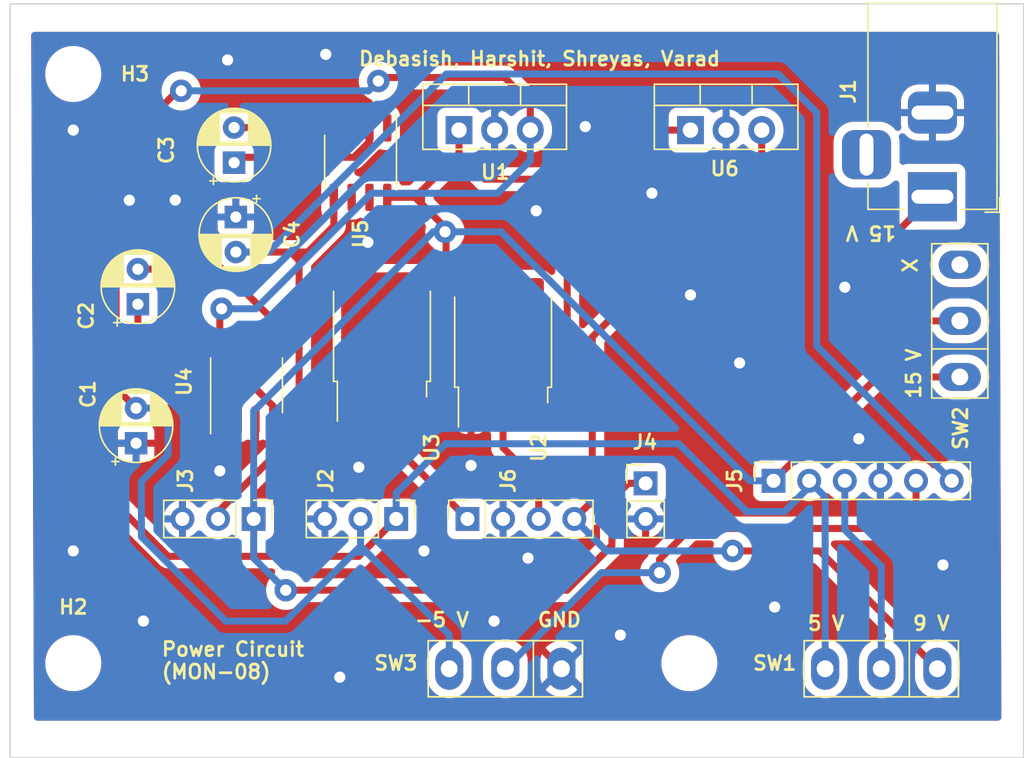
<source format=kicad_pcb>
(kicad_pcb (version 20221018) (generator pcbnew)
  (layers (0 "F.Cu" signal) (31 "B.Cu" signal) (34 "B.Paste" user) (35 "F.Paste" user) (36 "B.SilkS" user "B.Silkscreen") (37 "F.SilkS" user "F.Silkscreen") (38 "B.Mask" user) (39 "F.Mask" user) (44 "Edge.Cuts" user))
  (net 0 "")
  (net 1 "GND")
  (net 2 "Net-(U4-CAP+)")
  (net 3 "Net-(U4-CAP-)")
  (net 4 "Net-(U5-CAP+)")
  (net 5 "Net-(U5-CAP-)")
  (net 6 "/-5 V")
  (net 7 "/15 V")
  (net 8 "/-15 V")
  (net 9 "/5 V")
  (net 10 "/1.8 V")
  (net 17 "/3.3 V")
  (net 18 "/9 V")
  (net 19 "Net-(SW2-B)")
  (net 21 "Net-(J5-Pin_3)")
  (net 22 "Net-(J5-Pin_5)")
  (footprint "Connector_PinHeader_2.54mm:PinHeader_1x02_P2.54mm_Vertical" (layer "F.Cu") (at 170.05 95.93)
    (fp_text reference "J4" (at -0.05 -2.93) (layer "F.SilkS") (effects (font (thickness 0.2))))
    (fp_text value "Conn_01x02" hide)
    (pad "1" thru_hole rect (at 0 0) (size 1.7 1.7) (drill 1) (layers "*.Cu" "*.Mask") (net 7 "/15 V"))
    (pad "2" thru_hole oval (at 0 2.54) (size 1.7 1.7) (drill 1) (layers "*.Cu" "*.Mask") (net 1 "GND"))
  )
  (footprint "MountingHole:MountingHole_3mm" (layer "F.Cu") (at 173.17 108.75 180)
    (fp_text reference "H1" hide)
    (fp_text value "MountingHole" hide)
    (pad "" np_thru_hole circle (at 0 0 180) (size 3 3) (drill 3) (layers "*.Cu" "*.Mask"))
  )
  (footprint "Capacitor_THT:CP_Radial_D5.0mm_P2.50mm" (layer "F.Cu") (at 140.713 73.07 90)
    (fp_text reference "C3" (at 0.889 -4.826 90) (layer "F.SilkS") (effects (font (thickness 0.2))))
    (fp_text value "10 uF" hide)
    (pad "1" thru_hole rect (at 0 0 90) (size 1.6 1.6) (drill 0.8) (layers "*.Cu" "*.Mask") (net 4 "Net-(U5-CAP+)"))
    (pad "2" thru_hole circle (at 2.5 0 90) (size 1.6 1.6) (drill 0.8) (layers "*.Cu" "*.Mask") (net 5 "Net-(U5-CAP-)"))
  )
  (footprint "Package_TO_SOT_THT:TO-220-3_Vertical" (layer "F.Cu") (at 173.25 70.75)
    (fp_text reference "U6" (at 2.44 2.75) (layer "F.SilkS") (effects (font (thickness 0.2))))
    (fp_text value "L7809" hide)
    (pad "1" thru_hole rect (at 0 0) (size 1.905 2) (drill 1.1) (layers "*.Cu" "*.Mask") (net 7 "/15 V"))
    (pad "2" thru_hole oval (at 2.54 0) (size 1.905 2) (drill 1.1) (layers "*.Cu" "*.Mask") (net 1 "GND"))
    (pad "3" thru_hole oval (at 5.08 0) (size 1.905 2) (drill 1.1) (layers "*.Cu" "*.Mask") (net 18 "/9 V"))
  )
  (footprint "Connector_PinHeader_2.54mm:PinHeader_1x03_P2.54mm_Vertical" (layer "F.Cu") (at 142.11 98.47 -90)
    (fp_text reference "J3" (at -2.72 4.86 90) (layer "F.SilkS") (effects (font (thickness 0.2))))
    (fp_text value "Conn_01x03" hide)
    (pad "1" thru_hole rect (at 0 0 270) (size 1.7 1.7) (drill 1) (layers "*.Cu" "*.Mask") (net 7 "/15 V"))
    (pad "2" thru_hole oval (at 0 2.54 270) (size 1.7 1.7) (drill 1) (layers "*.Cu" "*.Mask") (net 8 "/-15 V"))
    (pad "3" thru_hole oval (at 0 5.08 270) (size 1.7 1.7) (drill 1) (layers "*.Cu" "*.Mask") (net 1 "GND"))
  )
  (footprint "Library:Slide_switch" (layer "F.Cu") (at 186.85 109.15 180)
    (fp_text reference "SW1" (at 7.6 0.4) (layer "F.SilkS") (effects (font (thickness 0.2))))
    (fp_text value "SW_SPDT")
    (pad "1" thru_hole oval (at -4 0 180) (size 2 3) (drill 1.2) (layers "*.Cu" "*.Mask") (net 18 "/9 V"))
    (pad "2" thru_hole oval (at 0 0 180) (size 2 3) (drill 1.2) (layers "*.Cu" "*.Mask") (net 21 "Net-(J5-Pin_3)"))
    (pad "3" thru_hole oval (at 4 0 180) (size 2 3) (drill 1.2) (layers "*.Cu" "*.Mask") (net 9 "/5 V"))
  )
  (footprint "Package_SO:SOIC-8_3.9x4.9mm_P1.27mm" (layer "F.Cu") (at 149.73 73.07 -90)
    (fp_text reference "U5" (at 5.08 0 90) (layer "F.SilkS") (effects (font (thickness 0.2))))
    (fp_text value "TC7662Bx0A" hide)
    (pad "1" smd roundrect (at -2.475 -1.905 270) (size 1.95 0.6) (layers "F.Cu" "F.Paste" "F.Mask"))
    (pad "2" smd roundrect (at -2.475 -0.635 270) (size 1.95 0.6) (layers "F.Cu" "F.Paste" "F.Mask") (net 4 "Net-(U5-CAP+)"))
    (pad "3" smd roundrect (at -2.475 0.635 270) (size 1.95 0.6) (layers "F.Cu" "F.Paste" "F.Mask") (net 1 "GND"))
    (pad "4" smd roundrect (at -2.475 1.905 270) (size 1.95 0.6) (layers "F.Cu" "F.Paste" "F.Mask") (net 5 "Net-(U5-CAP-)"))
    (pad "5" smd roundrect (at 2.475 1.905 270) (size 1.95 0.6) (layers "F.Cu" "F.Paste" "F.Mask") (net 8 "/-15 V"))
    (pad "6" smd roundrect (at 2.475 0.635 270) (size 1.95 0.6) (layers "F.Cu" "F.Paste" "F.Mask"))
    (pad "7" smd roundrect (at 2.475 -0.635 270) (size 1.95 0.6) (layers "F.Cu" "F.Paste" "F.Mask"))
    (pad "8" smd roundrect (at 2.475 -1.905 270) (size 1.95 0.6) (layers "F.Cu" "F.Paste" "F.Mask") (net 7 "/15 V"))
  )
  (footprint "MountingHole:MountingHole_3mm" (layer "F.Cu") (at 129.25 66.75)
    (fp_text reference "H3" (at 4.4 0) (layer "F.SilkS") (effects (font (thickness 0.2))))
    (fp_text value "MountingHole")
    (pad "" np_thru_hole circle (at 0 0) (size 3 3) (drill 3) (layers "*.Cu" "*.Mask"))
  )
  (footprint "Capacitor_THT:CP_Radial_D5.0mm_P2.50mm" (layer "F.Cu") (at 133.855 83.165113 90)
    (fp_text reference "C2" (at -0.826887 -3.683 90) (layer "F.SilkS") (effects (font (thickness 0.2))))
    (fp_text value "10 uF" hide)
    (pad "1" thru_hole rect (at 0 0 90) (size 1.6 1.6) (drill 0.8) (layers "*.Cu" "*.Mask") (net 2 "Net-(U4-CAP+)"))
    (pad "2" thru_hole circle (at 2.5 0 90) (size 1.6 1.6) (drill 0.8) (layers "*.Cu" "*.Mask") (net 3 "Net-(U4-CAP-)"))
  )
  (footprint "Connector_PinSocket_2.54mm:PinSocket_1x04_P2.54mm_Vertical" (layer "F.Cu") (at 157.35 98.47 90)
    (fp_text reference "J6" (at 2.72 2.9 90) (layer "F.SilkS") (effects (font (thickness 0.2))))
    (fp_text value "Conn_01x04" hide)
    (pad "1" thru_hole rect (at 0 0 90) (size 1.7 1.7) (drill 1) (layers "*.Cu" "*.Mask") (net 10 "/1.8 V"))
    (pad "2" thru_hole oval (at 0 2.54 90) (size 1.7 1.7) (drill 1) (layers "*.Cu" "*.Mask") (net 1 "GND"))
    (pad "3" thru_hole oval (at 0 5.08 90) (size 1.7 1.7) (drill 1) (layers "*.Cu" "*.Mask") (net 17 "/3.3 V"))
    (pad "4" thru_hole oval (at 0 7.62 90) (size 1.7 1.7) (drill 1) (layers "*.Cu" "*.Mask") (net 18 "/9 V"))
  )
  (footprint "Connector_PinHeader_2.54mm:PinHeader_1x03_P2.54mm_Vertical" (layer "F.Cu") (at 152.27 98.47 -90)
    (fp_text reference "J2" (at -2.72 5.02 90) (layer "F.SilkS") (effects (font (thickness 0.2))))
    (fp_text value "Conn_01x03" hide)
    (pad "1" thru_hole rect (at 0 0 270) (size 1.7 1.7) (drill 1) (layers "*.Cu" "*.Mask") (net 9 "/5 V"))
    (pad "2" thru_hole oval (at 0 2.54 270) (size 1.7 1.7) (drill 1) (layers "*.Cu" "*.Mask") (net 6 "/-5 V"))
    (pad "3" thru_hole oval (at 0 5.08 270) (size 1.7 1.7) (drill 1) (layers "*.Cu" "*.Mask") (net 1 "GND"))
  )
  (footprint "Package_TO_SOT_SMD:TO-252-3_TabPin2" (layer "F.Cu") (at 151.255 85.355 90)
    (fp_text reference "U3" (at -8.035 3.555 90) (layer "F.SilkS") (effects (font (thickness 0.2))))
    (fp_text value "LM1117DT-1.8" hide)
    (pad "1" smd roundrect (at -5.04 -2.28 90) (size 2.2 1.2) (layers "F.Cu" "F.Paste" "F.Mask") (roundrect_rratio 0.208333) (net 1 "GND"))
    (pad "2" smd roundrect (at -5.04 0 90) (size 2.2 1.2) (layers "F.Cu" "F.Paste" "F.Mask") (roundrect_rratio 0.208333) (net 10 "/1.8 V"))
    (pad "2" smd roundrect (at -0.415 -1.525 90) (size 3.05 2.75) (layers "F.Cu" "F.Paste") (roundrect_rratio 0.090909) (net 10 "/1.8 V"))
    (pad "2" smd roundrect (at -0.415 1.525 90) (size 3.05 2.75) (layers "F.Cu" "F.Paste") (roundrect_rratio 0.090909) (net 10 "/1.8 V"))
    (pad "2" smd roundrect (at 1.26 0 90) (size 6.4 5.8) (layers "F.Cu" "F.Mask") (roundrect_rratio 0.043103) (net 10 "/1.8 V"))
    (pad "2" smd roundrect (at 2.935 -1.525 90) (size 3.05 2.75) (layers "F.Cu" "F.Paste") (roundrect_rratio 0.090909) (net 10 "/1.8 V"))
    (pad "2" smd roundrect (at 2.935 1.525 90) (size 3.05 2.75) (layers "F.Cu" "F.Paste") (roundrect_rratio 0.090909) (net 10 "/1.8 V"))
    (pad "3" smd roundrect (at -5.04 2.28 90) (size 2.2 1.2) (layers "F.Cu" "F.Paste" "F.Mask") (roundrect_rratio 0.208333) (net 7 "/15 V"))
  )
  (footprint "Library:Slide_switch" (layer "F.Cu") (at 192.45 84.35 90)
    (fp_text reference "SW2" (at -7.65 0.05 90) (layer "F.SilkS") (effects (font (thickness 0.2))))
    (fp_text value "SW_SPDT" hide)
    (pad "1" thru_hole oval (at -4 0 90) (size 2 3) (drill 1.2) (layers "*.Cu" "*.Mask") (net 7 "/15 V"))
    (pad "2" thru_hole oval (at 0 0 90) (size 2 3) (drill 1.2) (layers "*.Cu" "*.Mask") (net 19 "Net-(SW2-B)"))
    (pad "3" thru_hole oval (at 4 0 90) (size 2 3) (drill 1.2) (layers "*.Cu" "*.Mask"))
  )
  (footprint "Connector_PinSocket_2.54mm:PinSocket_1x06_P2.54mm_Vertical" (layer "F.Cu") (at 179.17 95.75 90)
    (fp_text reference "J5" (at 0 -2.77 90) (layer "F.SilkS") (effects (font (thickness 0.2))))
    (fp_text value "Conn_01x06" hide)
    (pad "1" thru_hole rect (at 0 0 90) (size 1.7 1.7) (drill 1) (layers "*.Cu" "*.Mask") (net 7 "/15 V"))
    (pad "2" thru_hole oval (at 0 2.54 90) (size 1.7 1.7) (drill 1) (layers "*.Cu" "*.Mask") (net 9 "/5 V"))
    (pad "3" thru_hole oval (at 0 5.08 90) (size 1.7 1.7) (drill 1) (layers "*.Cu" "*.Mask") (net 21 "Net-(J5-Pin_3)"))
    (pad "4" thru_hole oval (at 0 7.62 90) (size 1.7 1.7) (drill 1) (layers "*.Cu" "*.Mask") (net 1 "GND"))
    (pad "5" thru_hole oval (at 0 10.16 90) (size 1.7 1.7) (drill 1) (layers "*.Cu" "*.Mask") (net 22 "Net-(J5-Pin_5)"))
    (pad "6" thru_hole oval (at 0 12.7 90) (size 1.7 1.7) (drill 1) (layers "*.Cu" "*.Mask") (net 8 "/-15 V"))
  )
  (footprint "Capacitor_THT:CP_Radial_D5.0mm_P2.50mm" (layer "F.Cu") (at 140.84 76.944888 -90)
    (fp_text reference "C4" (at 1.25 -4.01 90) (layer "F.SilkS") (effects (font (thickness 0.2))))
    (fp_text value "10 uF" hide)
    (pad "1" thru_hole rect (at 0 0 270) (size 1.6 1.6) (drill 0.8) (layers "*.Cu" "*.Mask") (net 1 "GND"))
    (pad "2" thru_hole circle (at 2.5 0 270) (size 1.6 1.6) (drill 0.8) (layers "*.Cu" "*.Mask") (net 8 "/-15 V"))
  )
  (footprint "Connector_BarrelJack:BarrelJack_Horizontal" (layer "F.Cu") (at 190.5 75.5 -90)
    (fp_text reference "J1" (at -7.5 6 90) (layer "F.SilkS") (effects (font (thickness 0.2))))
    (fp_text value "Barrel_Jack" hide)
    (pad "1" thru_hole rect (at 0 0 270) (size 3.5 3.5) (drill oval 1 3) (layers "*.Cu" "*.Mask") (net 19 "Net-(SW2-B)"))
    (pad "2" thru_hole roundrect (at -6 0 270) (size 3 3.5) (drill oval 1 3) (layers "*.Cu" "*.Mask") (net 1 "GND"))
    (pad "3" thru_hole roundrect (at -3 4.7 270) (size 3.5 3.5) (drill oval 3 1) (layers "*.Cu" "*.Mask"))
  )
  (footprint "Package_TO_SOT_SMD:TO-252-3_TabPin2" (layer "F.Cu") (at 159.89 85.77 90)
    (fp_text reference "U2" (at -7.62 2.54 90) (layer "F.SilkS") (effects (font (thickness 0.2))))
    (fp_text value "LM1117DT-3.3" hide)
    (pad "1" smd roundrect (at -5.04 -2.28 90) (size 2.2 1.2) (layers "F.Cu" "F.Paste" "F.Mask") (roundrect_rratio 0.208333) (net 1 "GND"))
    (pad "2" smd roundrect (at -5.04 0 90) (size 2.2 1.2) (layers "F.Cu" "F.Paste" "F.Mask") (roundrect_rratio 0.208333) (net 17 "/3.3 V"))
    (pad "2" smd roundrect (at -0.415 -1.525 90) (size 3.05 2.75) (layers "F.Cu" "F.Paste") (roundrect_rratio 0.090909) (net 17 "/3.3 V"))
    (pad "2" smd roundrect (at -0.415 1.525 90) (size 3.05 2.75) (layers "F.Cu" "F.Paste") (roundrect_rratio 0.090909) (net 17 "/3.3 V"))
    (pad "2" smd roundrect (at 1.26 0 90) (size 6.4 5.8) (layers "F.Cu" "F.Mask") (roundrect_rratio 0.043103) (net 17 "/3.3 V"))
    (pad "2" smd roundrect (at 2.935 -1.525 90) (size 3.05 2.75) (layers "F.Cu" "F.Paste") (roundrect_rratio 0.090909) (net 17 "/3.3 V"))
    (pad "2" smd roundrect (at 2.935 1.525 90) (size 3.05 2.75) (layers "F.Cu" "F.Paste") (roundrect_rratio 0.090909) (net 17 "/3.3 V"))
    (pad "3" smd roundrect (at -5.04 2.28 90) (size 2.2 1.2) (layers "F.Cu" "F.Paste" "F.Mask") (roundrect_rratio 0.208333) (net 7 "/15 V"))
  )
  (footprint "Package_TO_SOT_THT:TO-220-3_Vertical" (layer "F.Cu") (at 156.75 70.75)
    (fp_text reference "U1" (at 2.58 3) (layer "F.SilkS") (effects (font (thickness 0.2))))
    (fp_text value "LM7805_TO220" hide)
    (pad "1" thru_hole rect (at 0 0) (size 1.905 2) (drill 1.1) (layers "*.Cu" "*.Mask") (net 7 "/15 V"))
    (pad "2" thru_hole oval (at 2.54 0) (size 1.905 2) (drill 1.1) (layers "*.Cu" "*.Mask") (net 1 "GND"))
    (pad "3" thru_hole oval (at 5.08 0) (size 1.905 2) (drill 1.1) (layers "*.Cu" "*.Mask") (net 9 "/5 V"))
  )
  (footprint "Capacitor_THT:CP_Radial_D5.0mm_P2.50mm" (layer "F.Cu") (at 133.728 93.071113 90)
    (fp_text reference "C1" (at 3.491113 -3.429 90) (layer "F.SilkS") (effects (font (thickness 0.2))))
    (fp_text value "10 uF" hide)
    (pad "1" thru_hole rect (at 0 0 90) (size 1.6 1.6) (drill 0.8) (layers "*.Cu" "*.Mask") (net 1 "GND"))
    (pad "2" thru_hole circle (at 2.5 0 90) (size 1.6 1.6) (drill 0.8) (layers "*.Cu" "*.Mask") (net 6 "/-5 V"))
  )
  (footprint "MountingHole:MountingHole_3mm" (layer "F.Cu") (at 129.25 108.75)
    (fp_text reference "H2" (at 0 -4) (layer "F.SilkS") (effects (font (thickness 0.2))))
    (fp_text value "MountingHole")
    (pad "" np_thru_hole circle (at 0 0) (size 3 3) (drill 3) (layers "*.Cu" "*.Mask"))
  )
  (footprint "Library:Slide_switch" (layer "F.Cu") (at 160.05 109.15 180)
    (fp_text reference "SW3" (at 7.8 0.4) (layer "F.SilkS") (effects (font (thickness 0.2))))
    (fp_text value "SW_SPDT" hide)
    (pad "1" thru_hole oval (at -4 0 180) (size 2 3) (drill 1.2) (layers "*.Cu" "*.Mask") (net 1 "GND"))
    (pad "2" thru_hole oval (at 0 0 180) (size 2 3) (drill 1.2) (layers "*.Cu" "*.Mask") (net 22 "Net-(J5-Pin_5)"))
    (pad "3" thru_hole oval (at 4 0 180) (size 2 3) (drill 1.2) (layers "*.Cu" "*.Mask") (net 6 "/-5 V"))
  )
  (footprint "Package_SO:SOIC-8_3.9x4.9mm_P1.27mm" (layer "F.Cu") (at 141.602 88.945 90)
    (fp_text reference "U4" (at 0.254 -4.445 90) (layer "F.SilkS") (effects (font (thickness 0.2))))
    (fp_text value "ICL7660" hide)
    (pad "1" smd roundrect (at -2.475 -1.905 90) (size 1.95 0.6) (layers "F.Cu" "F.Paste" "F.Mask"))
    (pad "2" smd roundrect (at -2.475 -0.635 90) (size 1.95 0.6) (layers "F.Cu" "F.Paste" "F.Mask") (net 2 "Net-(U4-CAP+)"))
    (pad "3" smd roundrect (at -2.475 0.635 90) (size 1.95 0.6) (layers "F.Cu" "F.Paste" "F.Mask") (net 1 "GND"))
    (pad "4" smd roundrect (at -2.475 1.905 90) (size 1.95 0.6) (layers "F.Cu" "F.Paste" "F.Mask") (net 3 "Net-(U4-CAP-)"))
    (pad "5" smd roundrect (at 2.475 1.905 90) (size 1.95 0.6) (layers "F.Cu" "F.Paste" "F.Mask") (net 6 "/-5 V"))
    (pad "6" smd roundrect (at 2.475 0.635 90) (size 1.95 0.6) (layers "F.Cu" "F.Paste" "F.Mask"))
    (pad "7" smd roundrect (at 2.475 -0.635 90) (size 1.95 0.6) (layers "F.Cu" "F.Paste" "F.Mask"))
    (pad "8" smd roundrect (at 2.475 -1.905 90) (size 1.95 0.6) (layers "F.Cu" "F.Paste" "F.Mask") (net 9 "/5 V"))
  )
  (gr_rect (start 124.75 61.75) (end 197 115.5) (stroke (width 0.1)) (fill none) (layer "Edge.Cuts"))
  (gr_text "15 V" (at 188 77.5 180) (layer "F.SilkS") (effects (font (size 1 1) (thickness 0.2) bold) (justify left bottom)))
  (gr_text "-5 V" (at 153.5 106.25) (layer "F.SilkS") (effects (font (size 1 1) (thickness 0.2) bold) (justify left bottom)))
  (gr_text "15 V" (at 189.75 90 90) (layer "F.SilkS") (effects (font (size 1 1) (thickness 0.2) bold) (justify left bottom)))
  (gr_text "5 V" (at 181.5 106.5) (layer "F.SilkS") (effects (font (size 1 1) (thickness 0.2) bold) (justify left bottom)))
  (gr_text "9 V" (at 189 106.5) (layer "F.SilkS") (effects (font (size 1 1) (thickness 0.2) bold) (justify left bottom)))
  (gr_text "X" (at 189.5 81 90) (layer "F.SilkS") (effects (font (size 1 1) (thickness 0.2) bold) (justify left bottom)))
  (gr_text "Power Circuit\n(MON-08)" (at 135.45 109.95) (layer "F.SilkS") (effects (font (size 1 1) (thickness 0.2) bold) (justify left bottom)))
  (gr_text "GND" (at 162.25 106.25) (layer "F.SilkS") (effects (font (size 1 1) (thickness 0.2) bold) (justify left bottom)))
  (gr_text "Debasish, Harshit, Shreyas, Varad" (at 149.5 66.25) (layer "F.SilkS") (effects (font (size 1 1) (thickness 0.2) bold) (justify left bottom)))
  (segment (start 147.25 65.35) (end 149.095 67.195) (width 0.5) (layer "F.Cu") (net 1))
  (segment (start 149.095 67.195) (end 149.095 70.595) (width 0.5) (layer "F.Cu") (net 1))
  (segment (start 140.222214 95.041) (end 139.697 95.041) (width 0.5) (layer "F.Cu") (net 1))
  (segment (start 142.237 93.026214) (end 140.222214 95.041) (width 0.5) (layer "F.Cu") (net 1))
  (segment (start 142.237 91.42) (end 142.237 93.026214) (width 0.5) (layer "F.Cu") (net 1))
  (via (at 179.25 104.75) (size 1.6) (drill 0.8) (layers "F.Cu" "B.Cu") (net 1))
  (via (at 176.75 87.35) (size 1.6) (drill 0.8) (layers "F.Cu" "B.Cu") (net 1))
  (via (at 139.697 95.041) (size 1.6) (drill 0.8) (layers "F.Cu" "B.Cu") (net 1))
  (via (at 133.25 75.75) (size 1.6) (drill 0.8) (layers "F.Cu" "B.Cu") (net 1))
  (via (at 157.604 94.66) (size 1.6) (drill 0.8) (layers "F.Cu" "B.Cu") (net 1))
  (via (at 148.25 109.75) (size 1.6) (drill 0.8) (layers "F.Cu" "B.Cu") (net 1))
  (via (at 149.603 94.787) (size 1.6) (drill 0.8) (layers "F.Cu" "B.Cu") (net 1))
  (via (at 140.25 65.75) (size 1.6) (drill 0.8) (layers "F.Cu" "B.Cu") (net 1))
  (via (at 129.25 70.75) (size 1.6) (drill 0.8) (layers "F.Cu" "B.Cu") (net 1))
  (via (at 162.25 76.5) (size 1.6) (drill 0.8) (layers "F.Cu" "B.Cu") (net 1))
  (via (at 159.25 105.75) (size 1.6) (drill 0.8) (layers "F.Cu" "B.Cu") (net 1))
  (via (at 168.25 106.75) (size 1.6) (drill 0.8) (layers "F.Cu" "B.Cu") (net 1))
  (via (at 147.25 65.35) (size 1.6) (drill 0.8) (layers "F.Cu" "B.Cu") (net 1))
  (via (at 161.668 101.264) (size 1.6) (drill 0.8) (layers "F.Cu" "B.Cu") (net 1))
  (via (at 134.25 105.75) (size 1.6) (drill 0.8) (layers "F.Cu" "B.Cu") (net 1))
  (via (at 136.522 75.737) (size 1.6) (drill 0.8) (layers "F.Cu" "B.Cu") (net 1))
  (via (at 185.25 92.75) (size 1.6) (drill 0.8) (layers "F.Cu" "B.Cu") (net 1))
  (via (at 170.5 75.25) (size 1.6) (drill 0.8) (layers "F.Cu" "B.Cu") (net 1))
  (via (at 150.25 78.75) (size 1.6) (drill 0.8) (layers "F.Cu" "B.Cu") (net 1))
  (via (at 173.25 82.5) (size 1.6) (drill 0.8) (layers "F.Cu" "B.Cu") (net 1))
  (via (at 191.25 101.75) (size 1.6) (drill 0.8) (layers "F.Cu" "B.Cu") (net 1))
  (via (at 184.25 81.95) (size 1.6) (drill 0.8) (layers "F.Cu" "B.Cu") (net 1))
  (via (at 154.25 100.75) (size 1.6) (drill 0.8) (layers "F.Cu" "B.Cu") (net 1))
  (via (at 165.75 70.5) (size 1.6) (drill 0.8) (layers "F.Cu" "B.Cu") (net 1))
  (via (at 129.25 100.75) (size 1.6) (drill 0.8) (layers "F.Cu" "B.Cu") (net 1))
  (segment (start 159.29 69.46) (end 160.5 68.25) (width 0.5) (layer "B.Cu") (net 1))
  (segment (start 165.75 69.25) (end 165.75 70.5) (width 0.5) (layer "B.Cu") (net 1))
  (segment (start 159.29 70.75) (end 159.29 69.46) (width 0.5) (layer "B.Cu") (net 1))
  (segment (start 164.75 68.25) (end 165.75 69.25) (width 0.5) (layer "B.Cu") (net 1))
  (segment (start 160.5 68.25) (end 164.75 68.25) (width 0.5) (layer "B.Cu") (net 1))
  (segment (start 140.25 89.45) (end 140.967 90.167) (width 0.5) (layer "F.Cu") (net 2))
  (segment (start 135.65 89.45) (end 140.25 89.45) (width 0.5) (layer "F.Cu") (net 2))
  (segment (start 133.85 87.65) (end 135.65 89.45) (width 0.5) (layer "F.Cu") (net 2))
  (segment (start 140.967 90.167) (end 140.967 91.42) (width 0.5) (layer "F.Cu") (net 2))
  (segment (start 133.855 83.165113) (end 133.855 87.645) (width 0.5) (layer "F.Cu") (net 2))
  (segment (start 133.855 87.645) (end 133.85 87.65) (width 0.5) (layer "F.Cu") (net 2))
  (segment (start 137.574113 87.274113) (end 138.75 88.45) (width 0.5) (layer "F.Cu") (net 3))
  (segment (start 137.574113 82.474113) (end 137.574113 87.274113) (width 0.5) (layer "F.Cu") (net 3))
  (segment (start 141.518948 88.45) (end 143.507 90.438052) (width 0.5) (layer "F.Cu") (net 3))
  (segment (start 133.855 80.665113) (end 135.765113 80.665113) (width 0.5) (layer "F.Cu") (net 3))
  (segment (start 143.507 90.438052) (end 143.507 91.42) (width 0.5) (layer "F.Cu") (net 3))
  (segment (start 138.75 88.45) (end 141.518948 88.45) (width 0.5) (layer "F.Cu") (net 3))
  (segment (start 135.765113 80.665113) (end 137.574113 82.474113) (width 0.5) (layer "F.Cu") (net 3))
  (segment (start 149.252948 72.689) (end 150.365 71.576948) (width 0.5) (layer "F.Cu") (net 4))
  (segment (start 140.713 73.07) (end 141.094 72.689) (width 0.5) (layer "F.Cu") (net 4))
  (segment (start 150.365 71.576948) (end 150.365 70.595) (width 0.5) (layer "F.Cu") (net 4))
  (segment (start 141.094 72.689) (end 149.252948 72.689) (width 0.5) (layer "F.Cu") (net 4))
  (segment (start 140.713 70.57) (end 147.8 70.57) (width 0.5) (layer "F.Cu") (net 5))
  (segment (start 147.8 70.57) (end 147.825 70.595) (width 0.5) (layer "F.Cu") (net 5))
  (segment (start 132.305 89.148113) (end 133.728 90.571113) (width 0.5) (layer "F.Cu") (net 6))
  (segment (start 143.507 86.47) (end 143.507 84.30392) (width 0.5) (layer "F.Cu") (net 6))
  (segment (start 143.507 84.30392) (end 138.318193 79.115113) (width 0.5) (layer "F.Cu") (net 6))
  (segment (start 138.318193 79.115113) (end 133.016887 79.115113) (width 0.5) (layer "F.Cu") (net 6))
  (segment (start 133.016887 79.115113) (end 132.305 79.827) (width 0.5) (layer "F.Cu") (net 6))
  (segment (start 132.305 79.827) (end 132.305 89.148113) (width 0.5) (layer "F.Cu") (net 6))
  (segment (start 136.014 91.485) (end 136.014 93.885113) (width 0.5) (layer "B.Cu") (net 6))
  (segment (start 149.339016 100.839016) (end 149.319016 100.819016) (width 0.5) (layer "B.Cu") (net 6))
  (segment (start 156.05 106.728032) (end 156.05 109.15) (width 0.5) (layer "B.Cu") (net 6))
  (segment (start 134.109 99.74) (end 140.119 105.75) (width 0.5) (layer "B.Cu") (net 6))
  (segment (start 150.160984 100.839016) (end 156.05 106.728032) (width 0.5) (layer "B.Cu") (net 6))
  (segment (start 149.73 100.18) (end 149.73 98.47) (width 0.5) (layer "B.Cu") (net 6))
  (segment (start 140.119 105.75) (end 144.388032 105.75) (width 0.5) (layer "B.Cu") (net 6))
  (segment (start 149.73 100.408032) (end 149.73 98.47) (width 0.5) (layer "B.Cu") (net 6))
  (segment (start 150.160984 100.839016) (end 149.339016 100.839016) (width 0.5) (layer "B.Cu") (net 6))
  (segment (start 135.100113 90.571113) (end 136.014 91.485) (width 0.5) (layer "B.Cu") (net 6))
  (segment (start 150.160984 100.839016) (end 149.73 100.408032) (width 0.5) (layer "B.Cu") (net 6))
  (segment (start 144.388032 105.75) (end 149.319016 100.819016) (width 0.5) (layer "B.Cu") (net 6))
  (segment (start 134.109 95.790113) (end 134.109 99.74) (width 0.5) (layer "B.Cu") (net 6))
  (segment (start 133.728 90.571113) (end 135.100113 90.571113) (width 0.5) (layer "B.Cu") (net 6))
  (segment (start 149.319016 100.819016) (end 149.73 100.408032) (width 0.5) (layer "B.Cu") (net 6))
  (segment (start 136.014 93.885113) (end 134.109 95.790113) (width 0.5) (layer "B.Cu") (net 6))
  (segment (start 186.57 88.35) (end 179.17 95.75) (width 0.5) (layer "F.Cu") (net 7))
  (segment (start 158.59 74.25) (end 166 74.25) (width 0.5) (layer "F.Cu") (net 7))
  (segment (start 166 74.25) (end 166.75 74.25) (width 0.5) (layer "F.Cu") (net 7))
  (segment (start 154.16 76.09) (end 153.615 75.545) (width 0.5) (layer "F.Cu") (net 7))
  (segment (start 154.08 76.01) (end 154.08 75.08) (width 0.5) (layer "F.Cu") (net 7))
  (segment (start 192.45 88.35) (end 186.57 88.35) (width 0.5) (layer "F.Cu") (net 7))
  (segment (start 157.295 72.955) (end 158.59 74.25) (width 0.5) (layer "F.Cu") (net 7))
  (segment (start 166.75 75) (end 166 74.25) (width 0.5) (layer "F.Cu") (net 7))
  (segment (start 156.205 72.955) (end 154.08 75.08) (width 0.5) (layer "F.Cu") (net 7))
  (segment (start 170.25 70.75) (end 173.25 70.75) (width 0.5) (layer "F.Cu") (net 7))
  (segment (start 166.75 74.25) (end 170.25 70.75) (width 0.5) (layer "F.Cu") (net 7))
  (segment (start 168.82 95.93) (end 170.05 95.93) (width 0.5) (layer "F.Cu") (net 7))
  (segment (start 164.462 78.538) (end 166.75 76.25) (width 0.5) (layer "F.Cu") (net 7))
  (segment (start 164.462 88.518) (end 164.462 78.538) (width 0.5) (layer "F.Cu") (net 7))
  (segment (start 167.65 100.35) (end 167.65 97.1) (width 0.5) (layer "F.Cu") (net 7))
  (segment (start 167.65 97.1) (end 168.82 95.93) (width 0.5) (layer "F.Cu") (net 7))
  (segment (start 155.826 77.756) (end 154.16 76.09) (width 0.5) (layer "F.Cu") (net 7))
  (segment (start 153.535 90.395) (end 155.826 88.104) (width 0.5) (layer "F.Cu") (net 7))
  (segment (start 156.205 72.955) (end 157.295 72.955) (width 0.5) (layer "F.Cu") (net 7))
  (segment (start 166.75 76.25) (end 166.75 75) (width 0.5) (layer "F.Cu") (net 7))
  (segment (start 155.826 88.104) (end 155.826 77.756) (width 0.5) (layer "F.Cu") (net 7))
  (segment (start 144.396 103.55) (end 164.45 103.55) (width 0.5) (layer "F.Cu") (net 7))
  (segment (start 156.75 72.41) (end 156.75 70.75) (width 0.5) (layer "F.Cu") (net 7))
  (segment (start 151.7 75.61) (end 151.635 75.545) (width 0.5) (layer "F.Cu") (net 7))
  (segment (start 164.45 103.55) (end 167.65 100.35) (width 0.5) (layer "F.Cu") (net 7))
  (segment (start 156.75 72.41) (end 156.205 72.955) (width 0.5) (layer "F.Cu") (net 7))
  (segment (start 153.615 75.545) (end 151.635 75.545) (width 0.5) (layer "F.Cu") (net 7))
  (segment (start 156.75 72.41) (end 157.295 72.955) (width 0.5) (layer "F.Cu") (net 7))
  (segment (start 154.08 75.08) (end 153.615 75.545) (width 0.5) (layer "F.Cu") (net 7))
  (segment (start 162.17 90.81) (end 164.462 88.518) (width 0.5) (layer "F.Cu") (net 7))
  (segment (start 154.16 76.09) (end 154.08 76.01) (width 0.5) (layer "F.Cu") (net 7))
  (segment (start 166.75 75) (end 166.75 74.25) (width 0.5) (layer "F.Cu") (net 7))
  (via (at 144.396 103.55) (size 1.6) (drill 0.8) (layers "F.Cu" "B.Cu") (net 7))
  (via (at 155.75 78) (size 1.6) (drill 0.8) (layers "F.Cu" "B.Cu") (net 7))
  (segment (start 155.75 78) (end 154.9 78) (width 0.5) (layer "B.Cu") (net 7))
  (segment (start 179.17 95.75) (end 177.49 95.75) (width 0.5) (layer "B.Cu") (net 7))
  (segment (start 142.11 98.47) (end 142.11 101.264) (width 0.5) (layer "B.Cu") (net 7))
  (segment (start 142.11 101.264) (end 144.396 103.55) (width 0.5) (layer "B.Cu") (net 7))
  (segment (start 142.11 90.79) (end 142.11 98.47) (width 0.5) (layer "B.Cu") (net 7))
  (segment (start 159.74 78) (end 155.75 78) (width 0.5) (layer "B.Cu") (net 7))
  (segment (start 177.49 95.75) (end 159.74 78) (width 0.5) (layer "B.Cu") (net 7))
  (segment (start 154.9 78) (end 142.11 90.79) (width 0.5) (layer "B.Cu") (net 7))
  (segment (start 147.825 76.753) (end 147.825 75.545) (width 0.5) (layer "F.Cu") (net 8))
  (segment (start 139.57 98.47) (end 139.57 97.962) (width 0.5) (layer "F.Cu") (net 8))
  (segment (start 144.75 79.444888) (end 140.84 79.444888) (width 0.5) (layer "F.Cu") (net 8))
  (segment (start 145.35 80.044888) (end 145.95 79.444888) (width 0.5) (layer "F.Cu") (net 8))
  (segment (start 145.95 79.444888) (end 140.84 79.444888) (width 0.5) (layer "F.Cu") (net 8))
  (segment (start 145.35 80.044888) (end 144.75 79.444888) (width 0.5) (layer "F.Cu") (net 8))
  (segment (start 139.57 97.962) (end 145.35 92.182) (width 0.5) (layer "F.Cu") (net 8))
  (segment (start 145.35 92.182) (end 145.35 80.044888) (width 0.5) (layer "F.Cu") (net 8))
  (segment (start 145.955112 79.444888) (end 145.95 79.444888) (width 0.5) (layer "F.Cu") (net 8))
  (segment (start 147.825 75.545) (end 147.825 77.575) (width 0.5) (layer "F.Cu") (net 8))
  (segment (start 147.825 77.575) (end 145.955112 79.444888) (width 0.5) (layer "F.Cu") (net 8))
  (segment (start 143.155112 79.444888) (end 140.84 79.444888) (width 0.5) (layer "B.Cu") (net 8))
  (segment (start 179.5 66.75) (end 155.85 66.75) (width 0.5) (layer "B.Cu") (net 8))
  (segment (start 191.87 95.75) (end 191.87 95.690786) (width 0.5) (layer "B.Cu") (net 8))
  (segment (start 182.25 86.13) (end 182.25 69.5) (width 0.5) (layer "B.Cu") (net 8))
  (segment (start 191.87 95.75) (end 182.25 86.13) (width 0.5) (layer "B.Cu") (net 8))
  (segment (start 155.85 66.75) (end 143.155112 79.444888) (width 0.5) (layer "B.Cu") (net 8))
  (segment (start 182.25 69.5) (end 179.5 66.75) (width 0.5) (layer "B.Cu") (net 8))
  (segment (start 136.014 101.137) (end 149.603 101.137) (width 0.5) (layer "F.Cu") (net 9))
  (segment (start 139.697 86.47) (end 139.697 83.611) (width 0.5) (layer "F.Cu") (net 9))
  (segment (start 149.603 101.137) (end 152.27 98.47) (width 0.5) (layer "F.Cu") (net 9))
  (segment (start 181.65 95.81) (end 181.71 95.75) (width 0.5) (layer "F.Cu") (net 9))
  (segment (start 128.775 75.864) (end 128.775 93.898) (width 0.5) (layer "F.Cu") (net 9))
  (segment (start 128.775 93.898) (end 136.014 101.137) (width 0.5) (layer "F.Cu") (net 9))
  (segment (start 136.689 67.95) (end 136.268 68.371) (width 0.5) (layer "F.Cu") (net 9))
  (segment (start 136.943 67.95) (end 136.689 67.95) (width 0.5) (layer "F.Cu") (net 9))
  (segment (start 136.689 67.95) (end 128.775 75.864) (width 0.5) (layer "F.Cu") (net 9))
  (segment (start 151 67.25) (end 151.25 67) (width 0.5) (layer "F.Cu") (net 9))
  (segment (start 161.83 68.83) (end 161.83 70.75) (width 0.5) (layer "F.Cu") (net 9))
  (segment (start 151.25 67) (end 160 67) (width 0.5) (layer "F.Cu") (net 9))
  (segment (start 139.697 83.611) (end 139.824 83.484) (width 0.5) (layer "F.Cu") (net 9))
  (segment (start 160 67) (end 161.83 68.83) (width 0.5) (layer "F.Cu") (net 9))
  (via (at 151 67.25) (size 1.6) (drill 0.8) (layers "F.Cu" "B.Cu") (net 9))
  (via (at 139.824 83.484) (size 1.6) (drill 0.8) (layers "F.Cu" "B.Cu") (net 9))
  (via (at 136.943 67.95) (size 1.6) (drill 0.8) (layers "F.Cu" "B.Cu") (net 9))
  (segment (start 182.85 96.89) (end 181.71 95.75) (width 0.5) (layer "B.Cu") (net 9))
  (segment (start 152.27 96.63) (end 152.27 98.47) (width 0.5) (layer "B.Cu") (net 9))
  (segment (start 151 67.25) (end 150.3 67.95) (width 0.5) (layer "B.Cu") (net 9))
  (segment (start 142.266 83.484) (end 150.5 75.25) (width 0.5) (layer "B.Cu") (net 9))
  (segment (start 172.41 93.11) (end 155.79 93.11) (width 0.5) (layer "B.Cu") (net 9))
  (segment (start 181.71 96.19) (end 179.95 97.95) (width 0.5) (layer "B.Cu") (net 9))
  (segment (start 139.824 83.484) (end 142.266 83.484) (width 0.5) (layer "B.Cu") (net 9))
  (segment (start 179.95 97.95) (end 177.25 97.95) (width 0.5) (layer "B.Cu") (net 9))
  (segment (start 155.79 93.11) (end 152.27 96.63) (width 0.5) (layer "B.Cu") (net 9))
  (segment (start 177.25 97.95) (end 172.41 93.11) (width 0.5) (layer "B.Cu") (net 9))
  (segment (start 150.5 75.25) (end 159.5 75.25) (width 0.5) (layer "B.Cu") (net 9))
  (segment (start 159.5 75.25) (end 161.83 72.92) (width 0.5) (layer "B.Cu") (net 9))
  (segment (start 161.83 72.92) (end 161.83 70.75) (width 0.5) (layer "B.Cu") (net 9))
  (segment (start 150.3 67.95) (end 136.943 67.95) (width 0.5) (layer "B.Cu") (net 9))
  (segment (start 182.85 109.15) (end 182.85 96.89) (width 0.5) (layer "B.Cu") (net 9))
  (segment (start 181.71 95.75) (end 181.71 96.19) (width 0.5) (layer "B.Cu") (net 9))
  (segment (start 157.35 98.47) (end 151.255 92.375) (width 0.5) (layer "F.Cu") (net 10))
  (segment (start 151.255 92.375) (end 151.255 90.395) (width 0.5) (layer "F.Cu") (net 10))
  (segment (start 151.255 90.395) (end 151.255 87.295) (width 0.5) (layer "F.Cu") (net 10))
  (segment (start 151.255 87.295) (end 149.73 85.77) (width 0.5) (layer "F.Cu") (net 10))
  (segment (start 159.89 87.71) (end 161.415 86.185) (width 0.5) (layer "F.Cu") (net 17))
  (segment (start 159.89 93.39) (end 159.89 90.81) (width 0.5) (layer "F.Cu") (net 17))
  (segment (start 162.43 98.47) (end 162.43 95.93) (width 0.5) (layer "F.Cu") (net 17))
  (segment (start 162.43 95.93) (end 159.89 93.39) (width 0.5) (layer "F.Cu") (net 17))
  (segment (start 159.89 90.81) (end 159.89 87.71) (width 0.5) (layer "F.Cu") (net 17))
  (segment (start 178.33 73.42) (end 178.33 70.75) (width 0.5) (layer "F.Cu") (net 18))
  (segment (start 166.25 97.19) (end 166.25 85.5) (width 0.5) (layer "F.Cu") (net 18))
  (segment (start 176.25 100.75) (end 182.45 100.75) (width 0.5) (layer "F.Cu") (net 18))
  (segment (start 166.25 85.5) (end 178.33 73.42) (width 0.5) (layer "F.Cu") (net 18))
  (segment (start 164.97 98.47) (end 166.25 97.19) (width 0.5) (layer "F.Cu") (net 18))
  (segment (start 182.45 100.75) (end 190.85 109.15) (width 0.5) (layer "F.Cu") (net 18))
  (via (at 176.25 100.75) (size 1.6) (drill 0.8) (layers "F.Cu" "B.Cu") (net 18))
  (segment (start 164.91 98.41) (end 164.97 98.47) (width 0.5) (layer "B.Cu") (net 18))
  (segment (start 167.25 100.75) (end 164.97 98.47) (width 0.5) (layer "B.Cu") (net 18))
  (segment (start 176.25 100.75) (end 167.25 100.75) (width 0.5) (layer "B.Cu") (net 18))
  (segment (start 192.45 84.35) (end 189.85 84.35) (width 0.5) (layer "F.Cu") (net 19))
  (segment (start 189.85 84.35) (end 187.25 81.75) (width 0.5) (layer "F.Cu") (net 19))
  (segment (start 187.25 78.75) (end 190.5 75.5) (width 0.5) (layer "F.Cu") (net 19))
  (segment (start 187.25 81.75) (end 187.25 78.75) (width 0.5) (layer "F.Cu") (net 19))
  (segment (start 186.85 109.15) (end 186.85 101.85) (width 0.5) (layer "B.Cu") (net 21))
  (segment (start 186.85 101.85) (end 184.25 99.25) (width 0.5) (layer "B.Cu") (net 21))
  (segment (start 184.25 99.25) (end 184.25 95.75) (width 0.5) (layer "B.Cu") (net 21))
  (segment (start 187.45 99.15) (end 189.33 97.27) (width 0.5) (layer "F.Cu") (net 22))
  (segment (start 171.05 101.35) (end 173.25 99.15) (width 0.5) (layer "F.Cu") (net 22))
  (segment (start 173.25 99.15) (end 187.45 99.15) (width 0.5) (layer "F.Cu") (net 22))
  (segment (start 189.33 97.27) (end 189.33 95.75) (width 0.5) (layer "F.Cu") (net 22))
  (segment (start 171.05 102.3) (end 171.05 101.35) (width 0.5) (layer "F.Cu") (net 22))
  (via (at 171.05 102.3) (size 1.6) (drill 0.8) (layers "F.Cu" "B.Cu") (net 22))
  (segment (start 166.9 102.3) (end 171.05 102.3) (width 0.5) (layer "B.Cu") (net 22))
  (segment (start 160.05 109.15) (end 166.9 102.3) (width 0.5) (layer "B.Cu") (net 22))
  (zone (net 1) (net_name "GND") (layers "F&B.Cu") (connect_pads (clearance 0.6)) (min_thickness 0.5) (fill yes (thermal_gap 0.5) (thermal_bridge_width 0.5))
    (polygon (pts (xy 195.25 63.75) (xy 195.411 112.85) (xy 126.45 112.85) (xy 126.25 63.75)))
  )
)
</source>
